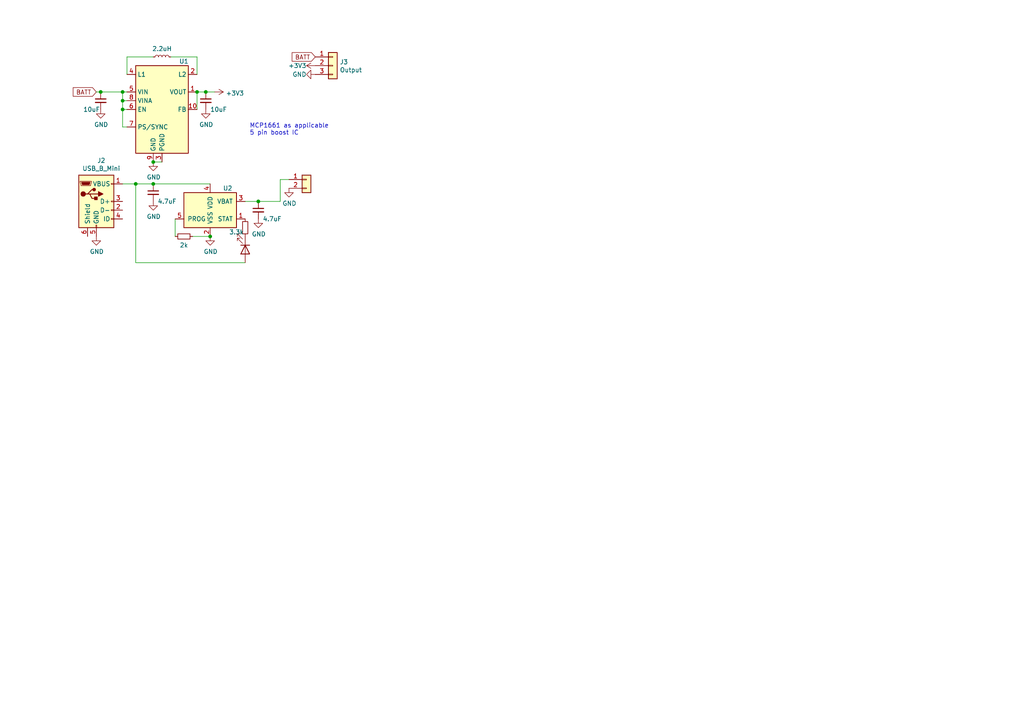
<source format=kicad_sch>
(kicad_sch (version 20211123) (generator eeschema)
  (paper "A4")
  (lib_symbols
    (symbol "Battery_Management:MCP73831-2-OT" (pin_names (offset 1.016))
      (property "Reference" "U" (at -7.62 6.35 0))
      (property "Value" "MCP73831-2-OT" (at 1.27 6.35 0))
      (symbol "MCP73831-2-OT_0_1"
        (rectangle (start -7.62 5.08) (end 7.62 -5.08) (stroke (width 0.254)) (fill (type background)))
      )
      (symbol "MCP73831-2-OT_1_1"
        (pin output line (at 10.16 -2.54 180) (length 2.54) (name "STAT") (number "1"))
        (pin power_in line (at 0 -7.62 90) (length 2.54) (name "VSS") (number "2"))
        (pin power_out line (at 10.16 2.54 180) (length 2.54) (name "VBAT") (number "3"))
        (pin power_in line (at 0 7.62 270) (length 2.54) (name "VDD") (number "4"))
        (pin input line (at -10.16 -2.54 0) (length 2.54) (name "PROG") (number "5"))
      )
    )
    (symbol "Connector:USB_B_Mini" (pin_names (offset 1.016))
      (property "Reference" "J" (at -5.08 11.43 0))
      (property "Value" "USB_B_Mini" (at -5.08 8.89 0))
      (symbol "USB_B_Mini_0_1"
        (rectangle (start -5.08 -7.62) (end 5.08 7.62) (stroke (width 0.254)) (fill (type background)))
        (circle (center -3.81 2.159) (radius 0.635) (stroke (width 0.254)) (fill (type outline)))
        (circle (center -0.635 3.429) (radius 0.381) (stroke (width 0.254)) (fill (type outline)))
        (rectangle (start -0.127 -7.62) (end 0.127 -6.858))
        (polyline (pts (xy -1.905 2.159) (xy 0.635 2.159)) (stroke (width 0.254)))
        (polyline (pts (xy -3.175 2.159) (xy -2.54 2.159) (xy -1.27 3.429) (xy -0.635 3.429)) (stroke (width 0.254)))
        (polyline (pts (xy -2.54 2.159) (xy -1.905 2.159) (xy -1.27 0.889) (xy 0 0.889)) (stroke (width 0.254)))
        (polyline (pts (xy 0.635 2.794) (xy 0.635 1.524) (xy 1.905 2.159) (xy 0.635 2.794)) (stroke (width 0.254)) (fill (type outline)))
        (polyline (pts (xy -4.318 5.588) (xy -1.778 5.588) (xy -2.032 4.826) (xy -4.064 4.826) (xy -4.318 5.588)) (fill (type outline)))
        (polyline (pts (xy -4.699 5.842) (xy -4.699 5.588) (xy -4.445 4.826) (xy -4.445 4.572) (xy -1.651 4.572) (xy -1.651 4.826) (xy -1.397 5.588) (xy -1.397 5.842) (xy -4.699 5.842)))
        (rectangle (start 0.254 1.27) (end -0.508 0.508) (stroke (width 0.254)) (fill (type outline)))
        (rectangle (start 5.08 -5.207) (end 4.318 -4.953))
        (rectangle (start 5.08 -2.667) (end 4.318 -2.413))
        (rectangle (start 5.08 -0.127) (end 4.318 0.127))
        (rectangle (start 5.08 4.953) (end 4.318 5.207))
      )
      (symbol "USB_B_Mini_1_1"
        (pin power_out line (at 7.62 5.08 180) (length 2.54) (name "VBUS") (number "1"))
        (pin bidirectional line (at 7.62 -2.54 180) (length 2.54) (name "D-") (number "2"))
        (pin bidirectional line (at 7.62 0 180) (length 2.54) (name "D+") (number "3"))
        (pin passive line (at 7.62 -5.08 180) (length 2.54) (name "ID") (number "4"))
        (pin power_out line (at 0 -10.16 90) (length 2.54) (name "GND") (number "5"))
        (pin passive line (at -2.54 -10.16 90) (length 2.54) (name "Shield") (number "6"))
      )
    )
    (symbol "Connector_Generic:Conn_01x02" (pin_names (offset 1.016) hide)
      (property "Reference" "J" (at 0 2.54 0))
      (property "Value" "Conn_01x02" (at 0 -5.08 0))
      (symbol "Conn_01x02_1_1"
        (rectangle (start -1.27 -2.413) (end 0 -2.667) (stroke (width 0.1524)))
        (rectangle (start -1.27 0.127) (end 0 -0.127) (stroke (width 0.1524)))
        (rectangle (start -1.27 1.27) (end 1.27 -3.81) (stroke (width 0.254)) (fill (type background)))
        (pin passive line (at -5.08 0 0) (length 3.81) (name "Pin_1") (number "1"))
        (pin passive line (at -5.08 -2.54 0) (length 3.81) (name "Pin_2") (number "2"))
      )
    )
    (symbol "Connector_Generic:Conn_01x03" (pin_names (offset 1.016) hide)
      (property "Reference" "J" (at 0 5.08 0))
      (property "Value" "Conn_01x03" (at 0 -5.08 0))
      (symbol "Conn_01x03_1_1"
        (rectangle (start -1.27 -2.413) (end 0 -2.667) (stroke (width 0.1524)))
        (rectangle (start -1.27 0.127) (end 0 -0.127) (stroke (width 0.1524)))
        (rectangle (start -1.27 2.667) (end 0 2.413) (stroke (width 0.1524)))
        (rectangle (start -1.27 3.81) (end 1.27 -3.81) (stroke (width 0.254)) (fill (type background)))
        (pin passive line (at -5.08 2.54 0) (length 3.81) (name "Pin_1") (number "1"))
        (pin passive line (at -5.08 0 0) (length 3.81) (name "Pin_2") (number "2"))
        (pin passive line (at -5.08 -2.54 0) (length 3.81) (name "Pin_3") (number "3"))
      )
    )
    (symbol "Device:C_Small" (pin_numbers hide) (pin_names (offset 0.254) hide)
      (property "Reference" "C" (at 0.254 1.778 0))
      (property "Value" "C_Small" (at 0.254 -2.032 0))
      (symbol "C_Small_0_1"
        (polyline (pts (xy -1.524 -0.508) (xy 1.524 -0.508)) (stroke (width 0.3302)))
        (polyline (pts (xy -1.524 0.508) (xy 1.524 0.508)) (stroke (width 0.3048)))
      )
      (symbol "C_Small_1_1"
        (pin passive line (at 0 2.54 270) (length 2.032) (name "~") (number "1"))
        (pin passive line (at 0 -2.54 90) (length 2.032) (name "~") (number "2"))
      )
    )
    (symbol "Device:LED" (pin_numbers hide) (pin_names (offset 1.016) hide)
      (property "Reference" "D" (at 0 2.54 0))
      (property "Value" "LED" (at 0 -2.54 0))
      (symbol "LED_0_1"
        (polyline (pts (xy -1.27 -1.27) (xy -1.27 1.27)) (stroke (width 0.254)))
        (polyline (pts (xy -1.27 0) (xy 1.27 0)))
        (polyline (pts (xy 1.27 -1.27) (xy 1.27 1.27) (xy -1.27 0) (xy 1.27 -1.27)) (stroke (width 0.254)))
        (polyline (pts (xy -3.048 -0.762) (xy -4.572 -2.286) (xy -3.81 -2.286) (xy -4.572 -2.286) (xy -4.572 -1.524)))
        (polyline (pts (xy -1.778 -0.762) (xy -3.302 -2.286) (xy -2.54 -2.286) (xy -3.302 -2.286) (xy -3.302 -1.524)))
      )
      (symbol "LED_1_1"
        (pin passive line (at -3.81 0 0) (length 2.54) (name "K") (number "1"))
        (pin passive line (at 3.81 0 180) (length 2.54) (name "A") (number "2"))
      )
    )
    (symbol "Device:L_Small" (pin_numbers hide) (pin_names (offset 0.254) hide)
      (property "Reference" "L" (at 0.762 1.016 0))
      (property "Value" "L_Small" (at 0.762 -1.016 0))
      (symbol "L_Small_0_1"
        (arc (start 0 -2.032) (mid 0.508 -1.524) (end 0 -1.016))
        (arc (start 0 -1.016) (mid 0.508 -0.508) (end 0 0))
        (arc (start 0 0) (mid 0.508 0.508) (end 0 1.016))
        (arc (start 0 1.016) (mid 0.508 1.524) (end 0 2.032))
      )
      (symbol "L_Small_1_1"
        (pin passive line (at 0 2.54 270) (length 0.508) (name "~") (number "1"))
        (pin passive line (at 0 -2.54 90) (length 0.508) (name "~") (number "2"))
      )
    )
    (symbol "Device:R_Small" (pin_numbers hide) (pin_names (offset 0.254) hide)
      (property "Reference" "R" (at 0.762 0.508 0))
      (property "Value" "R_Small" (at 0.762 -1.016 0))
      (symbol "R_Small_0_1"
        (rectangle (start -0.762 1.778) (end 0.762 -1.778) (stroke (width 0.2032)))
      )
      (symbol "R_Small_1_1"
        (pin passive line (at 0 2.54 270) (length 0.762) (name "~") (number "1"))
        (pin passive line (at 0 -2.54 90) (length 0.762) (name "~") (number "2"))
      )
    )
    (symbol "Regulator_Switching:TPS63001"
      (property "Reference" "U" (at -7.62 13.97 0))
      (property "Value" "TPS63001" (at 5.08 13.97 0))
      (symbol "TPS63001_0_1"
        (rectangle (start -7.62 12.7) (end 7.62 -12.7) (stroke (width 0.254)) (fill (type background)))
      )
      (symbol "TPS63001_1_1"
        (pin power_out line (at 10.16 5.08 180) (length 2.54) (name "VOUT") (number "1"))
        (pin input line (at 10.16 0 180) (length 2.54) (name "FB") (number "10"))
        (pin passive line (at 0 -15.24 90) (length 2.54) hide (name "PGND") (number "11"))
        (pin input line (at 10.16 10.16 180) (length 2.54) (name "L2") (number "2"))
        (pin power_in line (at 0 -15.24 90) (length 2.54) (name "PGND") (number "3"))
        (pin input line (at -10.16 10.16 0) (length 2.54) (name "L1") (number "4"))
        (pin power_in line (at -10.16 5.08 0) (length 2.54) (name "VIN") (number "5"))
        (pin input line (at -10.16 0 0) (length 2.54) (name "EN") (number "6"))
        (pin input line (at -10.16 -5.08 0) (length 2.54) (name "PS/SYNC") (number "7"))
        (pin power_in line (at -10.16 2.54 0) (length 2.54) (name "VINA") (number "8"))
        (pin power_in line (at -2.54 -15.24 90) (length 2.54) (name "GND") (number "9"))
      )
    )
    (symbol "power:+3.3V" (power) (pin_names (offset 0))
      (property "Value" "+3.3V" (at 0 3.556 0))
      (symbol "+3.3V_0_1"
        (polyline (pts (xy -0.762 1.27) (xy 0 2.54)))
        (polyline (pts (xy 0 0) (xy 0 2.54)))
        (polyline (pts (xy 0 2.54) (xy 0.762 1.27)))
      )
      (symbol "+3.3V_1_1"
        (pin power_in line (at 0 0 90) (length 0) hide (name "+3V3") (number "1"))
      )
    )
    (symbol "power:GND" (power) (pin_names (offset 0))
      (property "Value" "GND" (at 0 -3.81 0))
      (symbol "GND_0_1"
        (polyline (pts (xy 0 0) (xy 0 -1.27) (xy 1.27 -1.27) (xy 0 -2.54) (xy -1.27 -1.27) (xy 0 -1.27)))
      )
      (symbol "GND_1_1"
        (pin power_in line (at 0 0 270) (length 0) hide (name "GND") (number "1"))
      )
    )
  )
  (junction (at 35.56 29.21))
  (junction (at 29.21 26.67))
  (junction (at 44.45 46.99))
  (junction (at 59.69 26.67))
  (junction (at 44.45 53.34))
  (junction (at 35.56 31.75))
  (junction (at 39.37 53.34))
  (junction (at 57.15 26.67))
  (junction (at 60.96 68.58))
  (junction (at 74.93 58.42))
  (junction (at 35.56 26.67))
  (wire (pts (xy 35.56 36.83) (xy 35.56 31.75)))
  (wire (pts (xy 57.15 16.51) (xy 57.15 21.59)))
  (wire (pts (xy 49.53 16.51) (xy 57.15 16.51)))
  (wire (pts (xy 36.83 31.75) (xy 35.56 31.75)))
  (wire (pts (xy 35.56 26.67) (xy 29.21 26.67)))
  (wire (pts (xy 74.93 58.42) (xy 81.28 58.42)))
  (wire (pts (xy 35.56 26.67) (xy 36.83 26.67)))
  (wire (pts (xy 29.21 26.67) (xy 27.94 26.67)))
  (wire (pts (xy 35.56 31.75) (xy 35.56 29.21)))
  (wire (pts (xy 83.82 52.07) (xy 81.28 52.07)))
  (wire (pts (xy 59.69 26.67) (xy 62.23 26.67)))
  (wire (pts (xy 44.45 46.99) (xy 46.99 46.99)))
  (wire (pts (xy 81.28 58.42) (xy 81.28 52.07)))
  (wire (pts (xy 71.12 76.2) (xy 39.37 76.2)))
  (wire (pts (xy 39.37 76.2) (xy 39.37 53.34)))
  (wire (pts (xy 60.96 53.34) (xy 44.45 53.34)))
  (wire (pts (xy 36.83 16.51) (xy 36.83 21.59)))
  (wire (pts (xy 35.56 29.21) (xy 35.56 26.67)))
  (wire (pts (xy 44.45 53.34) (xy 39.37 53.34)))
  (wire (pts (xy 57.15 31.75) (xy 57.15 26.67)))
  (wire (pts (xy 59.69 26.67) (xy 57.15 26.67)))
  (wire (pts (xy 60.96 68.58) (xy 55.88 68.58)))
  (wire (pts (xy 44.45 16.51) (xy 36.83 16.51)))
  (wire (pts (xy 35.56 53.34) (xy 39.37 53.34)))
  (wire (pts (xy 71.12 58.42) (xy 74.93 58.42)))
  (wire (pts (xy 36.83 29.21) (xy 35.56 29.21)))
  (wire (pts (xy 50.8 63.5) (xy 50.8 68.58)))
  (wire (pts (xy 36.83 36.83) (xy 35.56 36.83)))
  (text "MCP1661 as applicable \n5 pin boost IC" (at 72.39 39.37 0) (effects (font (size 1.27 1.27)) (justify left bottom)))
  (global_label "BATT" (shape input) (at 27.94 26.67 180) (property "Intersheet References" "${INTERSHEET_REFS}" (effects hide)))
  (global_label "BATT" (shape input) (at 91.44 16.51 180) (property "Intersheet References" "${INTERSHEET_REFS}" (effects hide)))
  (symbol (lib_id "Regulator_Switching:TPS63001") (at 46.99 31.75 0) (unit 1)
    (property "Reference" "U1" (at 53.34 17.78 0))
    (property "Value" "TPS63001" (effects hide))
    (property "Footprint" "Package_SON:Texas_DRC0010J_ThermalVias" (effects hide))
    (property "Datasheet" "http://www.ti.com/lit/ds/symlink/tps63000.pdf" (effects hide))
  )
  (symbol (lib_id "Device:L_Small") (at 46.99 16.51 90) (unit 1)
    (property "Reference" "L1" (effects hide))
    (property "Value" "2.2uH" (at 46.99 14.1478 90))
    (property "Footprint" "Inductor_SMD:L_1206_3216Metric" (effects hide))
  )
  (symbol (lib_id "Device:C_Small") (at 29.21 29.21 0) (unit 1)
    (property "Reference" "C1" (effects hide))
    (property "Value" "10uF" (at 24.13 31.75 0) (effects (justify left)))
    (property "Footprint" "Capacitor_SMD:C_1206_3216Metric" (effects hide))
  )
  (symbol (lib_id "power:GND") (at 29.21 31.75 0) (unit 1)
    (property "Reference" "#PWR0101" (effects hide))
    (property "Value" "GND" (at 29.337 36.1442 0))
  )
  (symbol (lib_id "power:GND") (at 44.45 46.99 0) (unit 1)
    (property "Reference" "#PWR0102" (effects hide))
    (property "Value" "GND" (at 44.577 51.3842 0))
  )
  (symbol (lib_id "Device:C_Small") (at 59.69 29.21 0) (unit 1)
    (property "Reference" "C2" (effects hide))
    (property "Value" "10uF" (at 60.96 31.75 0) (effects (justify left)))
    (property "Footprint" "Capacitor_SMD:C_1206_3216Metric" (effects hide))
  )
  (symbol (lib_id "power:GND") (at 59.69 31.75 0) (unit 1)
    (property "Reference" "#PWR0103" (effects hide))
    (property "Value" "GND" (at 59.817 36.1442 0))
  )
  (symbol (lib_id "power:+3.3V") (at 62.23 26.67 270) (unit 1)
    (property "Reference" "#PWR0104" (effects hide))
    (property "Value" "+3.3V" (at 65.4812 27.051 90) (effects (justify left)))
  )
  (symbol (lib_id "Connector_Generic:Conn_01x02") (at 88.9 52.07 0) (unit 1)
    (property "Reference" "J1" (effects hide))
    (property "Value" "BATT" (effects hide))
    (property "Footprint" "Connector_JST:JST_PH_S2B-PH-SM4-TB_1x02-1MP_P2.00mm_Horizontal" (effects hide))
  )
  (symbol (lib_id "power:GND") (at 83.82 54.61 0) (unit 1)
    (property "Reference" "#PWR0105" (effects hide))
    (property "Value" "GND" (at 83.947 59.0042 0))
  )
  (symbol (lib_id "Battery_Management:MCP73831-2-OT") (at 60.96 60.96 0) (unit 1)
    (property "Reference" "U2" (at 66.04 54.61 0))
    (property "Value" "MCP73831-2-OT" (effects hide))
    (property "Footprint" "Package_DFN_QFN:DFN-8-1EP_2x3mm_P0.5mm_EP0.56x2.15mm" (effects hide))
    (property "Datasheet" "http://ww1.microchip.com/downloads/en/DeviceDoc/20001984g.pdf" (effects hide))
  )
  (symbol (lib_id "power:GND") (at 60.96 68.58 0) (unit 1)
    (property "Reference" "#PWR0106" (effects hide))
    (property "Value" "GND" (at 61.087 72.9742 0))
  )
  (symbol (lib_id "Device:LED") (at 71.12 72.39 270) (unit 1)
    (property "Reference" "D1" (effects hide))
    (property "Value" "LED" (effects hide))
    (property "Footprint" "LED_SMD:LED_1206_3216Metric" (effects hide))
  )
  (symbol (lib_id "Device:R_Small") (at 71.12 66.04 0) (unit 1)
    (property "Reference" "R1" (effects hide))
    (property "Value" "3.3k" (at 68.58 67.31 0))
    (property "Footprint" "Resistor_SMD:R_1206_3216Metric" (effects hide))
  )
  (symbol (lib_id "Connector:USB_B_Mini") (at 27.94 58.42 0) (unit 1)
    (property "Reference" "J2" (at 29.3878 46.5582 0))
    (property "Value" "USB_B_Mini" (at 29.3878 48.8696 0))
    (property "Footprint" "Connector_USB:USB_Mini-B_Wuerth_65100516121_Horizontal" (effects hide))
  )
  (symbol (lib_id "power:GND") (at 27.94 68.58 0) (unit 1)
    (property "Reference" "#PWR0108" (effects hide))
    (property "Value" "GND" (at 28.067 72.9742 0))
  )
  (symbol (lib_id "Device:R_Small") (at 53.34 68.58 270) (unit 1)
    (property "Reference" "R2" (effects hide))
    (property "Value" "2k" (at 53.34 71.12 90))
    (property "Footprint" "Resistor_SMD:R_1206_3216Metric" (effects hide))
  )
  (symbol (lib_id "Device:C_Small") (at 44.45 55.88 0) (unit 1)
    (property "Reference" "C3" (effects hide))
    (property "Value" "4.7uF" (at 45.72 58.42 0) (effects (justify left)))
    (property "Footprint" "Capacitor_SMD:C_1206_3216Metric" (effects hide))
  )
  (symbol (lib_id "power:GND") (at 44.45 58.42 0) (unit 1)
    (property "Reference" "#PWR01" (effects hide))
    (property "Value" "GND" (at 44.577 62.8142 0))
  )
  (symbol (lib_id "Device:C_Small") (at 74.93 60.96 0) (unit 1)
    (property "Reference" "C4" (effects hide))
    (property "Value" "4.7uF" (at 76.2 63.5 0) (effects (justify left)))
    (property "Footprint" "Capacitor_SMD:C_1206_3216Metric" (effects hide))
  )
  (symbol (lib_id "power:GND") (at 74.93 63.5 0) (unit 1)
    (property "Reference" "#PWR02" (effects hide))
    (property "Value" "GND" (at 75.057 67.8942 0))
  )
  (symbol (lib_id "Connector_Generic:Conn_01x03") (at 96.52 19.05 0) (unit 1)
    (property "Reference" "J3" (at 98.552 17.9832 0) (effects (justify left)))
    (property "Value" "Output" (at 98.552 20.2946 0) (effects (justify left)))
    (property "Footprint" "Connector_PinHeader_2.54mm:PinHeader_1x03_P2.54mm_Vertical" (effects hide))
  )
  (symbol (lib_id "power:GND") (at 91.44 21.59 270) (unit 1)
    (property "Reference" "#PWR0107" (effects hide))
    (property "Value" "GND" (at 88.9 21.59 90) (effects (justify right)))
  )
  (symbol (lib_id "power:+3.3V") (at 91.44 19.05 90) (unit 1)
    (property "Reference" "#PWR0109" (effects hide))
    (property "Value" "+3.3V" (at 88.9 19.05 90) (effects (justify left)))
  )
)
</source>
